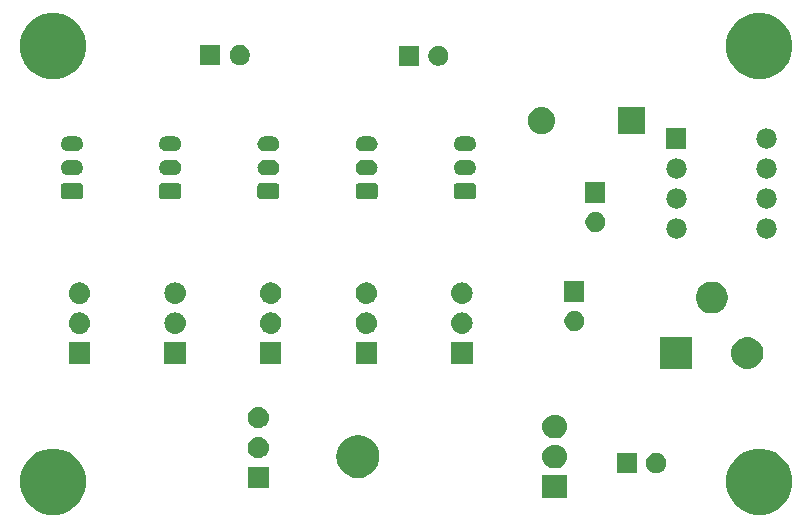
<source format=gbr>
G04 #@! TF.GenerationSoftware,KiCad,Pcbnew,(5.0.1)-rc2*
G04 #@! TF.CreationDate,2019-01-30T13:00:54-05:00*
G04 #@! TF.ProjectId,power_board,706F7765725F626F6172642E6B696361,rev?*
G04 #@! TF.SameCoordinates,Original*
G04 #@! TF.FileFunction,Soldermask,Bot*
G04 #@! TF.FilePolarity,Negative*
%FSLAX46Y46*%
G04 Gerber Fmt 4.6, Leading zero omitted, Abs format (unit mm)*
G04 Created by KiCad (PCBNEW (5.0.1)-rc2) date 1/30/2019 1:00:54 PM*
%MOMM*%
%LPD*%
G01*
G04 APERTURE LIST*
%ADD10C,0.100000*%
G04 APERTURE END LIST*
D10*
G36*
X217123421Y-71830240D02*
X217633170Y-72041385D01*
X217633171Y-72041386D01*
X218091934Y-72347921D01*
X218482079Y-72738066D01*
X218623829Y-72950210D01*
X218788615Y-73196830D01*
X218999760Y-73706579D01*
X219107400Y-74247724D01*
X219107400Y-74799476D01*
X218999760Y-75340621D01*
X218788615Y-75850370D01*
X218788614Y-75850371D01*
X218482079Y-76309134D01*
X218091934Y-76699279D01*
X217786092Y-76903636D01*
X217633170Y-77005815D01*
X217123421Y-77216960D01*
X216582276Y-77324600D01*
X216030524Y-77324600D01*
X215489379Y-77216960D01*
X214979630Y-77005815D01*
X214826708Y-76903636D01*
X214520866Y-76699279D01*
X214130721Y-76309134D01*
X213824186Y-75850371D01*
X213824185Y-75850370D01*
X213613040Y-75340621D01*
X213505400Y-74799476D01*
X213505400Y-74247724D01*
X213613040Y-73706579D01*
X213824185Y-73196830D01*
X213988971Y-72950210D01*
X214130721Y-72738066D01*
X214520866Y-72347921D01*
X214979629Y-72041386D01*
X214979630Y-72041385D01*
X215489379Y-71830240D01*
X216030524Y-71722600D01*
X216582276Y-71722600D01*
X217123421Y-71830240D01*
X217123421Y-71830240D01*
G37*
G36*
X157331821Y-71830240D02*
X157841570Y-72041385D01*
X157841571Y-72041386D01*
X158300334Y-72347921D01*
X158690479Y-72738066D01*
X158832229Y-72950210D01*
X158997015Y-73196830D01*
X159208160Y-73706579D01*
X159315800Y-74247724D01*
X159315800Y-74799476D01*
X159208160Y-75340621D01*
X158997015Y-75850370D01*
X158997014Y-75850371D01*
X158690479Y-76309134D01*
X158300334Y-76699279D01*
X157994492Y-76903636D01*
X157841570Y-77005815D01*
X157331821Y-77216960D01*
X156790676Y-77324600D01*
X156238924Y-77324600D01*
X155697779Y-77216960D01*
X155188030Y-77005815D01*
X155035108Y-76903636D01*
X154729266Y-76699279D01*
X154339121Y-76309134D01*
X154032586Y-75850371D01*
X154032585Y-75850370D01*
X153821440Y-75340621D01*
X153713800Y-74799476D01*
X153713800Y-74247724D01*
X153821440Y-73706579D01*
X154032585Y-73196830D01*
X154197371Y-72950210D01*
X154339121Y-72738066D01*
X154729266Y-72347921D01*
X155188029Y-72041386D01*
X155188030Y-72041385D01*
X155697779Y-71830240D01*
X156238924Y-71722600D01*
X156790676Y-71722600D01*
X157331821Y-71830240D01*
X157331821Y-71830240D01*
G37*
G36*
X200034600Y-75933500D02*
X197932600Y-75933500D01*
X197932600Y-73926500D01*
X200034600Y-73926500D01*
X200034600Y-75933500D01*
X200034600Y-75933500D01*
G37*
G36*
X174789400Y-75069000D02*
X172987400Y-75069000D01*
X172987400Y-73267000D01*
X174789400Y-73267000D01*
X174789400Y-75069000D01*
X174789400Y-75069000D01*
G37*
G36*
X182500269Y-70597686D02*
X182676658Y-70615059D01*
X182902985Y-70683714D01*
X183016149Y-70718042D01*
X183329025Y-70885279D01*
X183603261Y-71110339D01*
X183828321Y-71384575D01*
X183995558Y-71697451D01*
X183995558Y-71697452D01*
X184098541Y-72036942D01*
X184133314Y-72390000D01*
X184098541Y-72743058D01*
X184061555Y-72864984D01*
X183995558Y-73082549D01*
X183828321Y-73395425D01*
X183603261Y-73669661D01*
X183329025Y-73894721D01*
X183016149Y-74061958D01*
X182902985Y-74096286D01*
X182676658Y-74164941D01*
X182500269Y-74182314D01*
X182412076Y-74191000D01*
X182235124Y-74191000D01*
X182146931Y-74182314D01*
X181970542Y-74164941D01*
X181744215Y-74096286D01*
X181631051Y-74061958D01*
X181318175Y-73894721D01*
X181043939Y-73669661D01*
X180818879Y-73395425D01*
X180651642Y-73082549D01*
X180585645Y-72864984D01*
X180548659Y-72743058D01*
X180513886Y-72390000D01*
X180548659Y-72036942D01*
X180651642Y-71697452D01*
X180651642Y-71697451D01*
X180818879Y-71384575D01*
X181043939Y-71110339D01*
X181318175Y-70885279D01*
X181631051Y-70718042D01*
X181744215Y-70683714D01*
X181970542Y-70615059D01*
X182146931Y-70597686D01*
X182235124Y-70589000D01*
X182412076Y-70589000D01*
X182500269Y-70597686D01*
X182500269Y-70597686D01*
G37*
G36*
X207827828Y-72130503D02*
X207982700Y-72194653D01*
X208122081Y-72287785D01*
X208240615Y-72406319D01*
X208333747Y-72545700D01*
X208397897Y-72700572D01*
X208430600Y-72864984D01*
X208430600Y-73032616D01*
X208397897Y-73197028D01*
X208333747Y-73351900D01*
X208240615Y-73491281D01*
X208122081Y-73609815D01*
X207982700Y-73702947D01*
X207827828Y-73767097D01*
X207663416Y-73799800D01*
X207495784Y-73799800D01*
X207331372Y-73767097D01*
X207176500Y-73702947D01*
X207037119Y-73609815D01*
X206918585Y-73491281D01*
X206825453Y-73351900D01*
X206761303Y-73197028D01*
X206728600Y-73032616D01*
X206728600Y-72864984D01*
X206761303Y-72700572D01*
X206825453Y-72545700D01*
X206918585Y-72406319D01*
X207037119Y-72287785D01*
X207176500Y-72194653D01*
X207331372Y-72130503D01*
X207495784Y-72097800D01*
X207663416Y-72097800D01*
X207827828Y-72130503D01*
X207827828Y-72130503D01*
G37*
G36*
X205930600Y-73799800D02*
X204228600Y-73799800D01*
X204228600Y-72097800D01*
X205930600Y-72097800D01*
X205930600Y-73799800D01*
X205930600Y-73799800D01*
G37*
G36*
X199139364Y-71392308D02*
X199227820Y-71401020D01*
X199416981Y-71458401D01*
X199591312Y-71551583D01*
X199744115Y-71676985D01*
X199869517Y-71829788D01*
X199962699Y-72004119D01*
X200020080Y-72193280D01*
X200039455Y-72390000D01*
X200020080Y-72586720D01*
X199962699Y-72775881D01*
X199869517Y-72950212D01*
X199744115Y-73103015D01*
X199591312Y-73228417D01*
X199416981Y-73321599D01*
X199227820Y-73378980D01*
X199139364Y-73387692D01*
X199080396Y-73393500D01*
X198886804Y-73393500D01*
X198827836Y-73387692D01*
X198739380Y-73378980D01*
X198550219Y-73321599D01*
X198375888Y-73228417D01*
X198223085Y-73103015D01*
X198097683Y-72950212D01*
X198004501Y-72775881D01*
X197947120Y-72586720D01*
X197927745Y-72390000D01*
X197947120Y-72193280D01*
X198004501Y-72004119D01*
X198097683Y-71829788D01*
X198223085Y-71676985D01*
X198375888Y-71551583D01*
X198550219Y-71458401D01*
X198739380Y-71401020D01*
X198827836Y-71392308D01*
X198886804Y-71386500D01*
X199080396Y-71386500D01*
X199139364Y-71392308D01*
X199139364Y-71392308D01*
G37*
G36*
X173998842Y-70733518D02*
X174065027Y-70740037D01*
X174178253Y-70774384D01*
X174234867Y-70791557D01*
X174323588Y-70838980D01*
X174391391Y-70875222D01*
X174403644Y-70885278D01*
X174528586Y-70987814D01*
X174611848Y-71089271D01*
X174641178Y-71125009D01*
X174641179Y-71125011D01*
X174724843Y-71281533D01*
X174724843Y-71281534D01*
X174776363Y-71451373D01*
X174793759Y-71628000D01*
X174776363Y-71804627D01*
X174768593Y-71830240D01*
X174724843Y-71974467D01*
X174658919Y-72097800D01*
X174641178Y-72130991D01*
X174611848Y-72166729D01*
X174528586Y-72268186D01*
X174431427Y-72347921D01*
X174391391Y-72380778D01*
X174391389Y-72380779D01*
X174234867Y-72464443D01*
X174178253Y-72481616D01*
X174065027Y-72515963D01*
X173998842Y-72522482D01*
X173932660Y-72529000D01*
X173844140Y-72529000D01*
X173777958Y-72522482D01*
X173711773Y-72515963D01*
X173598547Y-72481616D01*
X173541933Y-72464443D01*
X173385411Y-72380779D01*
X173385409Y-72380778D01*
X173345373Y-72347921D01*
X173248214Y-72268186D01*
X173164952Y-72166729D01*
X173135622Y-72130991D01*
X173117881Y-72097800D01*
X173051957Y-71974467D01*
X173008207Y-71830240D01*
X173000437Y-71804627D01*
X172983041Y-71628000D01*
X173000437Y-71451373D01*
X173051957Y-71281534D01*
X173051957Y-71281533D01*
X173135621Y-71125011D01*
X173135622Y-71125009D01*
X173164952Y-71089271D01*
X173248214Y-70987814D01*
X173373156Y-70885278D01*
X173385409Y-70875222D01*
X173453212Y-70838980D01*
X173541933Y-70791557D01*
X173598547Y-70774384D01*
X173711773Y-70740037D01*
X173777958Y-70733518D01*
X173844140Y-70727000D01*
X173932660Y-70727000D01*
X173998842Y-70733518D01*
X173998842Y-70733518D01*
G37*
G36*
X199139364Y-68852308D02*
X199227820Y-68861020D01*
X199416981Y-68918401D01*
X199591312Y-69011583D01*
X199744115Y-69136985D01*
X199869517Y-69289788D01*
X199962699Y-69464119D01*
X200020080Y-69653280D01*
X200039455Y-69850000D01*
X200020080Y-70046720D01*
X199962699Y-70235881D01*
X199869517Y-70410212D01*
X199744115Y-70563015D01*
X199591312Y-70688417D01*
X199416981Y-70781599D01*
X199227820Y-70838980D01*
X199139364Y-70847692D01*
X199080396Y-70853500D01*
X198886804Y-70853500D01*
X198827836Y-70847692D01*
X198739380Y-70838980D01*
X198550219Y-70781599D01*
X198375888Y-70688417D01*
X198223085Y-70563015D01*
X198097683Y-70410212D01*
X198004501Y-70235881D01*
X197947120Y-70046720D01*
X197927745Y-69850000D01*
X197947120Y-69653280D01*
X198004501Y-69464119D01*
X198097683Y-69289788D01*
X198223085Y-69136985D01*
X198375888Y-69011583D01*
X198550219Y-68918401D01*
X198739380Y-68861020D01*
X198827836Y-68852308D01*
X198886804Y-68846500D01*
X199080396Y-68846500D01*
X199139364Y-68852308D01*
X199139364Y-68852308D01*
G37*
G36*
X173998843Y-68193519D02*
X174065027Y-68200037D01*
X174178253Y-68234384D01*
X174234867Y-68251557D01*
X174373487Y-68325652D01*
X174391391Y-68335222D01*
X174427129Y-68364552D01*
X174528586Y-68447814D01*
X174611848Y-68549271D01*
X174641178Y-68585009D01*
X174641179Y-68585011D01*
X174724843Y-68741533D01*
X174724843Y-68741534D01*
X174776363Y-68911373D01*
X174793759Y-69088000D01*
X174776363Y-69264627D01*
X174742016Y-69377853D01*
X174724843Y-69434467D01*
X174708993Y-69464119D01*
X174641178Y-69590991D01*
X174611848Y-69626729D01*
X174528586Y-69728186D01*
X174427129Y-69811448D01*
X174391391Y-69840778D01*
X174391389Y-69840779D01*
X174234867Y-69924443D01*
X174178253Y-69941616D01*
X174065027Y-69975963D01*
X173998843Y-69982481D01*
X173932660Y-69989000D01*
X173844140Y-69989000D01*
X173777957Y-69982481D01*
X173711773Y-69975963D01*
X173598547Y-69941616D01*
X173541933Y-69924443D01*
X173385411Y-69840779D01*
X173385409Y-69840778D01*
X173349671Y-69811448D01*
X173248214Y-69728186D01*
X173164952Y-69626729D01*
X173135622Y-69590991D01*
X173067807Y-69464119D01*
X173051957Y-69434467D01*
X173034784Y-69377853D01*
X173000437Y-69264627D01*
X172983041Y-69088000D01*
X173000437Y-68911373D01*
X173051957Y-68741534D01*
X173051957Y-68741533D01*
X173135621Y-68585011D01*
X173135622Y-68585009D01*
X173164952Y-68549271D01*
X173248214Y-68447814D01*
X173349671Y-68364552D01*
X173385409Y-68335222D01*
X173403313Y-68325652D01*
X173541933Y-68251557D01*
X173598547Y-68234384D01*
X173711773Y-68200037D01*
X173777957Y-68193519D01*
X173844140Y-68187000D01*
X173932660Y-68187000D01*
X173998843Y-68193519D01*
X173998843Y-68193519D01*
G37*
G36*
X210647000Y-64978000D02*
X207945000Y-64978000D01*
X207945000Y-62276000D01*
X210647000Y-62276000D01*
X210647000Y-64978000D01*
X210647000Y-64978000D01*
G37*
G36*
X215559567Y-62301959D02*
X215690072Y-62327918D01*
X215935939Y-62429759D01*
X216156464Y-62577110D01*
X216157215Y-62577612D01*
X216345388Y-62765785D01*
X216345390Y-62765788D01*
X216493241Y-62987061D01*
X216595082Y-63232928D01*
X216647000Y-63493938D01*
X216647000Y-63760062D01*
X216595082Y-64021072D01*
X216493241Y-64266939D01*
X216345890Y-64487464D01*
X216345388Y-64488215D01*
X216157215Y-64676388D01*
X216157212Y-64676390D01*
X215935939Y-64824241D01*
X215690072Y-64926082D01*
X215559567Y-64952041D01*
X215429063Y-64978000D01*
X215162937Y-64978000D01*
X215032433Y-64952041D01*
X214901928Y-64926082D01*
X214656061Y-64824241D01*
X214434788Y-64676390D01*
X214434785Y-64676388D01*
X214246612Y-64488215D01*
X214246110Y-64487464D01*
X214098759Y-64266939D01*
X213996918Y-64021072D01*
X213945000Y-63760062D01*
X213945000Y-63493938D01*
X213996918Y-63232928D01*
X214098759Y-62987061D01*
X214246610Y-62765788D01*
X214246612Y-62765785D01*
X214434785Y-62577612D01*
X214435536Y-62577110D01*
X214656061Y-62429759D01*
X214901928Y-62327918D01*
X215032433Y-62301959D01*
X215162937Y-62276000D01*
X215429063Y-62276000D01*
X215559567Y-62301959D01*
X215559567Y-62301959D01*
G37*
G36*
X192036000Y-64528000D02*
X190234000Y-64528000D01*
X190234000Y-62726000D01*
X192036000Y-62726000D01*
X192036000Y-64528000D01*
X192036000Y-64528000D01*
G37*
G36*
X183939750Y-64528000D02*
X182137750Y-64528000D01*
X182137750Y-62726000D01*
X183939750Y-62726000D01*
X183939750Y-64528000D01*
X183939750Y-64528000D01*
G37*
G36*
X167747250Y-64528000D02*
X165945250Y-64528000D01*
X165945250Y-62726000D01*
X167747250Y-62726000D01*
X167747250Y-64528000D01*
X167747250Y-64528000D01*
G37*
G36*
X159651000Y-64528000D02*
X157849000Y-64528000D01*
X157849000Y-62726000D01*
X159651000Y-62726000D01*
X159651000Y-64528000D01*
X159651000Y-64528000D01*
G37*
G36*
X175843500Y-64528000D02*
X174041500Y-64528000D01*
X174041500Y-62726000D01*
X175843500Y-62726000D01*
X175843500Y-64528000D01*
X175843500Y-64528000D01*
G37*
G36*
X183149193Y-60192519D02*
X183215377Y-60199037D01*
X183328603Y-60233384D01*
X183385217Y-60250557D01*
X183436558Y-60278000D01*
X183541741Y-60334222D01*
X183577479Y-60363552D01*
X183678936Y-60446814D01*
X183736453Y-60516900D01*
X183791528Y-60584009D01*
X183791529Y-60584011D01*
X183875193Y-60740533D01*
X183875193Y-60740534D01*
X183926713Y-60910373D01*
X183944109Y-61087000D01*
X183926713Y-61263627D01*
X183908672Y-61323100D01*
X183875193Y-61433467D01*
X183859684Y-61462481D01*
X183791528Y-61589991D01*
X183762198Y-61625729D01*
X183678936Y-61727186D01*
X183577479Y-61810448D01*
X183541741Y-61839778D01*
X183541739Y-61839779D01*
X183385217Y-61923443D01*
X183328603Y-61940616D01*
X183215377Y-61974963D01*
X183149193Y-61981481D01*
X183083010Y-61988000D01*
X182994490Y-61988000D01*
X182928307Y-61981481D01*
X182862123Y-61974963D01*
X182748897Y-61940616D01*
X182692283Y-61923443D01*
X182535761Y-61839779D01*
X182535759Y-61839778D01*
X182500021Y-61810448D01*
X182398564Y-61727186D01*
X182315302Y-61625729D01*
X182285972Y-61589991D01*
X182217816Y-61462481D01*
X182202307Y-61433467D01*
X182168828Y-61323100D01*
X182150787Y-61263627D01*
X182133391Y-61087000D01*
X182150787Y-60910373D01*
X182202307Y-60740534D01*
X182202307Y-60740533D01*
X182285971Y-60584011D01*
X182285972Y-60584009D01*
X182341047Y-60516900D01*
X182398564Y-60446814D01*
X182500021Y-60363552D01*
X182535759Y-60334222D01*
X182640942Y-60278000D01*
X182692283Y-60250557D01*
X182748897Y-60233384D01*
X182862123Y-60199037D01*
X182928307Y-60192519D01*
X182994490Y-60186000D01*
X183083010Y-60186000D01*
X183149193Y-60192519D01*
X183149193Y-60192519D01*
G37*
G36*
X158860443Y-60192519D02*
X158926627Y-60199037D01*
X159039853Y-60233384D01*
X159096467Y-60250557D01*
X159147808Y-60278000D01*
X159252991Y-60334222D01*
X159288729Y-60363552D01*
X159390186Y-60446814D01*
X159447703Y-60516900D01*
X159502778Y-60584009D01*
X159502779Y-60584011D01*
X159586443Y-60740533D01*
X159586443Y-60740534D01*
X159637963Y-60910373D01*
X159655359Y-61087000D01*
X159637963Y-61263627D01*
X159619922Y-61323100D01*
X159586443Y-61433467D01*
X159570934Y-61462481D01*
X159502778Y-61589991D01*
X159473448Y-61625729D01*
X159390186Y-61727186D01*
X159288729Y-61810448D01*
X159252991Y-61839778D01*
X159252989Y-61839779D01*
X159096467Y-61923443D01*
X159039853Y-61940616D01*
X158926627Y-61974963D01*
X158860443Y-61981481D01*
X158794260Y-61988000D01*
X158705740Y-61988000D01*
X158639557Y-61981481D01*
X158573373Y-61974963D01*
X158460147Y-61940616D01*
X158403533Y-61923443D01*
X158247011Y-61839779D01*
X158247009Y-61839778D01*
X158211271Y-61810448D01*
X158109814Y-61727186D01*
X158026552Y-61625729D01*
X157997222Y-61589991D01*
X157929066Y-61462481D01*
X157913557Y-61433467D01*
X157880078Y-61323100D01*
X157862037Y-61263627D01*
X157844641Y-61087000D01*
X157862037Y-60910373D01*
X157913557Y-60740534D01*
X157913557Y-60740533D01*
X157997221Y-60584011D01*
X157997222Y-60584009D01*
X158052297Y-60516900D01*
X158109814Y-60446814D01*
X158211271Y-60363552D01*
X158247009Y-60334222D01*
X158352192Y-60278000D01*
X158403533Y-60250557D01*
X158460147Y-60233384D01*
X158573373Y-60199037D01*
X158639557Y-60192519D01*
X158705740Y-60186000D01*
X158794260Y-60186000D01*
X158860443Y-60192519D01*
X158860443Y-60192519D01*
G37*
G36*
X175052943Y-60192519D02*
X175119127Y-60199037D01*
X175232353Y-60233384D01*
X175288967Y-60250557D01*
X175340308Y-60278000D01*
X175445491Y-60334222D01*
X175481229Y-60363552D01*
X175582686Y-60446814D01*
X175640203Y-60516900D01*
X175695278Y-60584009D01*
X175695279Y-60584011D01*
X175778943Y-60740533D01*
X175778943Y-60740534D01*
X175830463Y-60910373D01*
X175847859Y-61087000D01*
X175830463Y-61263627D01*
X175812422Y-61323100D01*
X175778943Y-61433467D01*
X175763434Y-61462481D01*
X175695278Y-61589991D01*
X175665948Y-61625729D01*
X175582686Y-61727186D01*
X175481229Y-61810448D01*
X175445491Y-61839778D01*
X175445489Y-61839779D01*
X175288967Y-61923443D01*
X175232353Y-61940616D01*
X175119127Y-61974963D01*
X175052943Y-61981481D01*
X174986760Y-61988000D01*
X174898240Y-61988000D01*
X174832057Y-61981481D01*
X174765873Y-61974963D01*
X174652647Y-61940616D01*
X174596033Y-61923443D01*
X174439511Y-61839779D01*
X174439509Y-61839778D01*
X174403771Y-61810448D01*
X174302314Y-61727186D01*
X174219052Y-61625729D01*
X174189722Y-61589991D01*
X174121566Y-61462481D01*
X174106057Y-61433467D01*
X174072578Y-61323100D01*
X174054537Y-61263627D01*
X174037141Y-61087000D01*
X174054537Y-60910373D01*
X174106057Y-60740534D01*
X174106057Y-60740533D01*
X174189721Y-60584011D01*
X174189722Y-60584009D01*
X174244797Y-60516900D01*
X174302314Y-60446814D01*
X174403771Y-60363552D01*
X174439509Y-60334222D01*
X174544692Y-60278000D01*
X174596033Y-60250557D01*
X174652647Y-60233384D01*
X174765873Y-60199037D01*
X174832057Y-60192519D01*
X174898240Y-60186000D01*
X174986760Y-60186000D01*
X175052943Y-60192519D01*
X175052943Y-60192519D01*
G37*
G36*
X166956693Y-60192519D02*
X167022877Y-60199037D01*
X167136103Y-60233384D01*
X167192717Y-60250557D01*
X167244058Y-60278000D01*
X167349241Y-60334222D01*
X167384979Y-60363552D01*
X167486436Y-60446814D01*
X167543953Y-60516900D01*
X167599028Y-60584009D01*
X167599029Y-60584011D01*
X167682693Y-60740533D01*
X167682693Y-60740534D01*
X167734213Y-60910373D01*
X167751609Y-61087000D01*
X167734213Y-61263627D01*
X167716172Y-61323100D01*
X167682693Y-61433467D01*
X167667184Y-61462481D01*
X167599028Y-61589991D01*
X167569698Y-61625729D01*
X167486436Y-61727186D01*
X167384979Y-61810448D01*
X167349241Y-61839778D01*
X167349239Y-61839779D01*
X167192717Y-61923443D01*
X167136103Y-61940616D01*
X167022877Y-61974963D01*
X166956693Y-61981481D01*
X166890510Y-61988000D01*
X166801990Y-61988000D01*
X166735807Y-61981481D01*
X166669623Y-61974963D01*
X166556397Y-61940616D01*
X166499783Y-61923443D01*
X166343261Y-61839779D01*
X166343259Y-61839778D01*
X166307521Y-61810448D01*
X166206064Y-61727186D01*
X166122802Y-61625729D01*
X166093472Y-61589991D01*
X166025316Y-61462481D01*
X166009807Y-61433467D01*
X165976328Y-61323100D01*
X165958287Y-61263627D01*
X165940891Y-61087000D01*
X165958287Y-60910373D01*
X166009807Y-60740534D01*
X166009807Y-60740533D01*
X166093471Y-60584011D01*
X166093472Y-60584009D01*
X166148547Y-60516900D01*
X166206064Y-60446814D01*
X166307521Y-60363552D01*
X166343259Y-60334222D01*
X166448442Y-60278000D01*
X166499783Y-60250557D01*
X166556397Y-60233384D01*
X166669623Y-60199037D01*
X166735807Y-60192519D01*
X166801990Y-60186000D01*
X166890510Y-60186000D01*
X166956693Y-60192519D01*
X166956693Y-60192519D01*
G37*
G36*
X191245443Y-60192519D02*
X191311627Y-60199037D01*
X191424853Y-60233384D01*
X191481467Y-60250557D01*
X191532808Y-60278000D01*
X191637991Y-60334222D01*
X191673729Y-60363552D01*
X191775186Y-60446814D01*
X191832703Y-60516900D01*
X191887778Y-60584009D01*
X191887779Y-60584011D01*
X191971443Y-60740533D01*
X191971443Y-60740534D01*
X192022963Y-60910373D01*
X192040359Y-61087000D01*
X192022963Y-61263627D01*
X192004922Y-61323100D01*
X191971443Y-61433467D01*
X191955934Y-61462481D01*
X191887778Y-61589991D01*
X191858448Y-61625729D01*
X191775186Y-61727186D01*
X191673729Y-61810448D01*
X191637991Y-61839778D01*
X191637989Y-61839779D01*
X191481467Y-61923443D01*
X191424853Y-61940616D01*
X191311627Y-61974963D01*
X191245443Y-61981481D01*
X191179260Y-61988000D01*
X191090740Y-61988000D01*
X191024557Y-61981481D01*
X190958373Y-61974963D01*
X190845147Y-61940616D01*
X190788533Y-61923443D01*
X190632011Y-61839779D01*
X190632009Y-61839778D01*
X190596271Y-61810448D01*
X190494814Y-61727186D01*
X190411552Y-61625729D01*
X190382222Y-61589991D01*
X190314066Y-61462481D01*
X190298557Y-61433467D01*
X190265078Y-61323100D01*
X190247037Y-61263627D01*
X190229641Y-61087000D01*
X190247037Y-60910373D01*
X190298557Y-60740534D01*
X190298557Y-60740533D01*
X190382221Y-60584011D01*
X190382222Y-60584009D01*
X190437297Y-60516900D01*
X190494814Y-60446814D01*
X190596271Y-60363552D01*
X190632009Y-60334222D01*
X190737192Y-60278000D01*
X190788533Y-60250557D01*
X190845147Y-60233384D01*
X190958373Y-60199037D01*
X191024557Y-60192519D01*
X191090740Y-60186000D01*
X191179260Y-60186000D01*
X191245443Y-60192519D01*
X191245443Y-60192519D01*
G37*
G36*
X200908228Y-60101703D02*
X201063100Y-60165853D01*
X201202481Y-60258985D01*
X201321015Y-60377519D01*
X201414147Y-60516900D01*
X201478297Y-60671772D01*
X201511000Y-60836184D01*
X201511000Y-61003816D01*
X201478297Y-61168228D01*
X201414147Y-61323100D01*
X201321015Y-61462481D01*
X201202481Y-61581015D01*
X201063100Y-61674147D01*
X200908228Y-61738297D01*
X200743816Y-61771000D01*
X200576184Y-61771000D01*
X200411772Y-61738297D01*
X200256900Y-61674147D01*
X200117519Y-61581015D01*
X199998985Y-61462481D01*
X199905853Y-61323100D01*
X199841703Y-61168228D01*
X199809000Y-61003816D01*
X199809000Y-60836184D01*
X199841703Y-60671772D01*
X199905853Y-60516900D01*
X199998985Y-60377519D01*
X200117519Y-60258985D01*
X200256900Y-60165853D01*
X200411772Y-60101703D01*
X200576184Y-60069000D01*
X200743816Y-60069000D01*
X200908228Y-60101703D01*
X200908228Y-60101703D01*
G37*
G36*
X212559567Y-57601959D02*
X212690072Y-57627918D01*
X212935939Y-57729759D01*
X213156464Y-57877110D01*
X213157215Y-57877612D01*
X213345388Y-58065785D01*
X213345390Y-58065788D01*
X213493241Y-58287061D01*
X213595082Y-58532928D01*
X213647000Y-58793938D01*
X213647000Y-59060062D01*
X213595082Y-59321072D01*
X213493241Y-59566939D01*
X213345890Y-59787464D01*
X213345388Y-59788215D01*
X213157215Y-59976388D01*
X213157212Y-59976390D01*
X212935939Y-60124241D01*
X212690072Y-60226082D01*
X212567028Y-60250557D01*
X212429063Y-60278000D01*
X212162937Y-60278000D01*
X212024972Y-60250557D01*
X211901928Y-60226082D01*
X211656061Y-60124241D01*
X211434788Y-59976390D01*
X211434785Y-59976388D01*
X211246612Y-59788215D01*
X211246110Y-59787464D01*
X211098759Y-59566939D01*
X210996918Y-59321072D01*
X210945000Y-59060062D01*
X210945000Y-58793938D01*
X210996918Y-58532928D01*
X211098759Y-58287061D01*
X211246610Y-58065788D01*
X211246612Y-58065785D01*
X211434785Y-57877612D01*
X211435536Y-57877110D01*
X211656061Y-57729759D01*
X211901928Y-57627918D01*
X212032433Y-57601959D01*
X212162937Y-57576000D01*
X212429063Y-57576000D01*
X212559567Y-57601959D01*
X212559567Y-57601959D01*
G37*
G36*
X166956692Y-57652518D02*
X167022877Y-57659037D01*
X167136103Y-57693384D01*
X167192717Y-57710557D01*
X167331337Y-57784652D01*
X167349241Y-57794222D01*
X167384979Y-57823552D01*
X167486436Y-57906814D01*
X167569698Y-58008271D01*
X167599028Y-58044009D01*
X167599029Y-58044011D01*
X167682693Y-58200533D01*
X167682693Y-58200534D01*
X167734213Y-58370373D01*
X167751609Y-58547000D01*
X167734213Y-58723627D01*
X167712885Y-58793937D01*
X167682693Y-58893467D01*
X167608598Y-59032087D01*
X167599028Y-59049991D01*
X167590762Y-59060063D01*
X167486436Y-59187186D01*
X167384979Y-59270448D01*
X167349241Y-59299778D01*
X167349239Y-59299779D01*
X167192717Y-59383443D01*
X167136103Y-59400616D01*
X167022877Y-59434963D01*
X166956693Y-59441481D01*
X166890510Y-59448000D01*
X166801990Y-59448000D01*
X166735807Y-59441481D01*
X166669623Y-59434963D01*
X166556397Y-59400616D01*
X166499783Y-59383443D01*
X166343261Y-59299779D01*
X166343259Y-59299778D01*
X166307521Y-59270448D01*
X166206064Y-59187186D01*
X166101738Y-59060063D01*
X166093472Y-59049991D01*
X166083902Y-59032087D01*
X166009807Y-58893467D01*
X165979615Y-58793937D01*
X165958287Y-58723627D01*
X165940891Y-58547000D01*
X165958287Y-58370373D01*
X166009807Y-58200534D01*
X166009807Y-58200533D01*
X166093471Y-58044011D01*
X166093472Y-58044009D01*
X166122802Y-58008271D01*
X166206064Y-57906814D01*
X166307521Y-57823552D01*
X166343259Y-57794222D01*
X166361163Y-57784652D01*
X166499783Y-57710557D01*
X166556397Y-57693384D01*
X166669623Y-57659037D01*
X166735808Y-57652518D01*
X166801990Y-57646000D01*
X166890510Y-57646000D01*
X166956692Y-57652518D01*
X166956692Y-57652518D01*
G37*
G36*
X175052942Y-57652518D02*
X175119127Y-57659037D01*
X175232353Y-57693384D01*
X175288967Y-57710557D01*
X175427587Y-57784652D01*
X175445491Y-57794222D01*
X175481229Y-57823552D01*
X175582686Y-57906814D01*
X175665948Y-58008271D01*
X175695278Y-58044009D01*
X175695279Y-58044011D01*
X175778943Y-58200533D01*
X175778943Y-58200534D01*
X175830463Y-58370373D01*
X175847859Y-58547000D01*
X175830463Y-58723627D01*
X175809135Y-58793937D01*
X175778943Y-58893467D01*
X175704848Y-59032087D01*
X175695278Y-59049991D01*
X175687012Y-59060063D01*
X175582686Y-59187186D01*
X175481229Y-59270448D01*
X175445491Y-59299778D01*
X175445489Y-59299779D01*
X175288967Y-59383443D01*
X175232353Y-59400616D01*
X175119127Y-59434963D01*
X175052943Y-59441481D01*
X174986760Y-59448000D01*
X174898240Y-59448000D01*
X174832057Y-59441481D01*
X174765873Y-59434963D01*
X174652647Y-59400616D01*
X174596033Y-59383443D01*
X174439511Y-59299779D01*
X174439509Y-59299778D01*
X174403771Y-59270448D01*
X174302314Y-59187186D01*
X174197988Y-59060063D01*
X174189722Y-59049991D01*
X174180152Y-59032087D01*
X174106057Y-58893467D01*
X174075865Y-58793937D01*
X174054537Y-58723627D01*
X174037141Y-58547000D01*
X174054537Y-58370373D01*
X174106057Y-58200534D01*
X174106057Y-58200533D01*
X174189721Y-58044011D01*
X174189722Y-58044009D01*
X174219052Y-58008271D01*
X174302314Y-57906814D01*
X174403771Y-57823552D01*
X174439509Y-57794222D01*
X174457413Y-57784652D01*
X174596033Y-57710557D01*
X174652647Y-57693384D01*
X174765873Y-57659037D01*
X174832058Y-57652518D01*
X174898240Y-57646000D01*
X174986760Y-57646000D01*
X175052942Y-57652518D01*
X175052942Y-57652518D01*
G37*
G36*
X158860442Y-57652518D02*
X158926627Y-57659037D01*
X159039853Y-57693384D01*
X159096467Y-57710557D01*
X159235087Y-57784652D01*
X159252991Y-57794222D01*
X159288729Y-57823552D01*
X159390186Y-57906814D01*
X159473448Y-58008271D01*
X159502778Y-58044009D01*
X159502779Y-58044011D01*
X159586443Y-58200533D01*
X159586443Y-58200534D01*
X159637963Y-58370373D01*
X159655359Y-58547000D01*
X159637963Y-58723627D01*
X159616635Y-58793937D01*
X159586443Y-58893467D01*
X159512348Y-59032087D01*
X159502778Y-59049991D01*
X159494512Y-59060063D01*
X159390186Y-59187186D01*
X159288729Y-59270448D01*
X159252991Y-59299778D01*
X159252989Y-59299779D01*
X159096467Y-59383443D01*
X159039853Y-59400616D01*
X158926627Y-59434963D01*
X158860443Y-59441481D01*
X158794260Y-59448000D01*
X158705740Y-59448000D01*
X158639557Y-59441481D01*
X158573373Y-59434963D01*
X158460147Y-59400616D01*
X158403533Y-59383443D01*
X158247011Y-59299779D01*
X158247009Y-59299778D01*
X158211271Y-59270448D01*
X158109814Y-59187186D01*
X158005488Y-59060063D01*
X157997222Y-59049991D01*
X157987652Y-59032087D01*
X157913557Y-58893467D01*
X157883365Y-58793937D01*
X157862037Y-58723627D01*
X157844641Y-58547000D01*
X157862037Y-58370373D01*
X157913557Y-58200534D01*
X157913557Y-58200533D01*
X157997221Y-58044011D01*
X157997222Y-58044009D01*
X158026552Y-58008271D01*
X158109814Y-57906814D01*
X158211271Y-57823552D01*
X158247009Y-57794222D01*
X158264913Y-57784652D01*
X158403533Y-57710557D01*
X158460147Y-57693384D01*
X158573373Y-57659037D01*
X158639558Y-57652518D01*
X158705740Y-57646000D01*
X158794260Y-57646000D01*
X158860442Y-57652518D01*
X158860442Y-57652518D01*
G37*
G36*
X183149192Y-57652518D02*
X183215377Y-57659037D01*
X183328603Y-57693384D01*
X183385217Y-57710557D01*
X183523837Y-57784652D01*
X183541741Y-57794222D01*
X183577479Y-57823552D01*
X183678936Y-57906814D01*
X183762198Y-58008271D01*
X183791528Y-58044009D01*
X183791529Y-58044011D01*
X183875193Y-58200533D01*
X183875193Y-58200534D01*
X183926713Y-58370373D01*
X183944109Y-58547000D01*
X183926713Y-58723627D01*
X183905385Y-58793937D01*
X183875193Y-58893467D01*
X183801098Y-59032087D01*
X183791528Y-59049991D01*
X183783262Y-59060063D01*
X183678936Y-59187186D01*
X183577479Y-59270448D01*
X183541741Y-59299778D01*
X183541739Y-59299779D01*
X183385217Y-59383443D01*
X183328603Y-59400616D01*
X183215377Y-59434963D01*
X183149193Y-59441481D01*
X183083010Y-59448000D01*
X182994490Y-59448000D01*
X182928307Y-59441481D01*
X182862123Y-59434963D01*
X182748897Y-59400616D01*
X182692283Y-59383443D01*
X182535761Y-59299779D01*
X182535759Y-59299778D01*
X182500021Y-59270448D01*
X182398564Y-59187186D01*
X182294238Y-59060063D01*
X182285972Y-59049991D01*
X182276402Y-59032087D01*
X182202307Y-58893467D01*
X182172115Y-58793937D01*
X182150787Y-58723627D01*
X182133391Y-58547000D01*
X182150787Y-58370373D01*
X182202307Y-58200534D01*
X182202307Y-58200533D01*
X182285971Y-58044011D01*
X182285972Y-58044009D01*
X182315302Y-58008271D01*
X182398564Y-57906814D01*
X182500021Y-57823552D01*
X182535759Y-57794222D01*
X182553663Y-57784652D01*
X182692283Y-57710557D01*
X182748897Y-57693384D01*
X182862123Y-57659037D01*
X182928308Y-57652518D01*
X182994490Y-57646000D01*
X183083010Y-57646000D01*
X183149192Y-57652518D01*
X183149192Y-57652518D01*
G37*
G36*
X191245442Y-57652518D02*
X191311627Y-57659037D01*
X191424853Y-57693384D01*
X191481467Y-57710557D01*
X191620087Y-57784652D01*
X191637991Y-57794222D01*
X191673729Y-57823552D01*
X191775186Y-57906814D01*
X191858448Y-58008271D01*
X191887778Y-58044009D01*
X191887779Y-58044011D01*
X191971443Y-58200533D01*
X191971443Y-58200534D01*
X192022963Y-58370373D01*
X192040359Y-58547000D01*
X192022963Y-58723627D01*
X192001635Y-58793937D01*
X191971443Y-58893467D01*
X191897348Y-59032087D01*
X191887778Y-59049991D01*
X191879512Y-59060063D01*
X191775186Y-59187186D01*
X191673729Y-59270448D01*
X191637991Y-59299778D01*
X191637989Y-59299779D01*
X191481467Y-59383443D01*
X191424853Y-59400616D01*
X191311627Y-59434963D01*
X191245443Y-59441481D01*
X191179260Y-59448000D01*
X191090740Y-59448000D01*
X191024557Y-59441481D01*
X190958373Y-59434963D01*
X190845147Y-59400616D01*
X190788533Y-59383443D01*
X190632011Y-59299779D01*
X190632009Y-59299778D01*
X190596271Y-59270448D01*
X190494814Y-59187186D01*
X190390488Y-59060063D01*
X190382222Y-59049991D01*
X190372652Y-59032087D01*
X190298557Y-58893467D01*
X190268365Y-58793937D01*
X190247037Y-58723627D01*
X190229641Y-58547000D01*
X190247037Y-58370373D01*
X190298557Y-58200534D01*
X190298557Y-58200533D01*
X190382221Y-58044011D01*
X190382222Y-58044009D01*
X190411552Y-58008271D01*
X190494814Y-57906814D01*
X190596271Y-57823552D01*
X190632009Y-57794222D01*
X190649913Y-57784652D01*
X190788533Y-57710557D01*
X190845147Y-57693384D01*
X190958373Y-57659037D01*
X191024558Y-57652518D01*
X191090740Y-57646000D01*
X191179260Y-57646000D01*
X191245442Y-57652518D01*
X191245442Y-57652518D01*
G37*
G36*
X201511000Y-59271000D02*
X199809000Y-59271000D01*
X199809000Y-57569000D01*
X201511000Y-57569000D01*
X201511000Y-59271000D01*
X201511000Y-59271000D01*
G37*
G36*
X209462821Y-52247313D02*
X209462824Y-52247314D01*
X209462825Y-52247314D01*
X209623239Y-52295975D01*
X209623241Y-52295976D01*
X209623244Y-52295977D01*
X209771078Y-52374995D01*
X209900659Y-52481341D01*
X210007005Y-52610922D01*
X210086023Y-52758756D01*
X210134687Y-52919179D01*
X210151117Y-53086000D01*
X210134687Y-53252821D01*
X210134686Y-53252824D01*
X210134686Y-53252825D01*
X210093378Y-53389000D01*
X210086023Y-53413244D01*
X210007005Y-53561078D01*
X209900659Y-53690659D01*
X209771078Y-53797005D01*
X209623244Y-53876023D01*
X209623241Y-53876024D01*
X209623239Y-53876025D01*
X209462825Y-53924686D01*
X209462824Y-53924686D01*
X209462821Y-53924687D01*
X209337804Y-53937000D01*
X209254196Y-53937000D01*
X209129179Y-53924687D01*
X209129176Y-53924686D01*
X209129175Y-53924686D01*
X208968761Y-53876025D01*
X208968759Y-53876024D01*
X208968756Y-53876023D01*
X208820922Y-53797005D01*
X208691341Y-53690659D01*
X208584995Y-53561078D01*
X208505977Y-53413244D01*
X208498623Y-53389000D01*
X208457314Y-53252825D01*
X208457314Y-53252824D01*
X208457313Y-53252821D01*
X208440883Y-53086000D01*
X208457313Y-52919179D01*
X208505977Y-52758756D01*
X208584995Y-52610922D01*
X208691341Y-52481341D01*
X208820922Y-52374995D01*
X208968756Y-52295977D01*
X208968759Y-52295976D01*
X208968761Y-52295975D01*
X209129175Y-52247314D01*
X209129176Y-52247314D01*
X209129179Y-52247313D01*
X209254196Y-52235000D01*
X209337804Y-52235000D01*
X209462821Y-52247313D01*
X209462821Y-52247313D01*
G37*
G36*
X217082821Y-52247313D02*
X217082824Y-52247314D01*
X217082825Y-52247314D01*
X217243239Y-52295975D01*
X217243241Y-52295976D01*
X217243244Y-52295977D01*
X217391078Y-52374995D01*
X217520659Y-52481341D01*
X217627005Y-52610922D01*
X217706023Y-52758756D01*
X217754687Y-52919179D01*
X217771117Y-53086000D01*
X217754687Y-53252821D01*
X217754686Y-53252824D01*
X217754686Y-53252825D01*
X217713378Y-53389000D01*
X217706023Y-53413244D01*
X217627005Y-53561078D01*
X217520659Y-53690659D01*
X217391078Y-53797005D01*
X217243244Y-53876023D01*
X217243241Y-53876024D01*
X217243239Y-53876025D01*
X217082825Y-53924686D01*
X217082824Y-53924686D01*
X217082821Y-53924687D01*
X216957804Y-53937000D01*
X216874196Y-53937000D01*
X216749179Y-53924687D01*
X216749176Y-53924686D01*
X216749175Y-53924686D01*
X216588761Y-53876025D01*
X216588759Y-53876024D01*
X216588756Y-53876023D01*
X216440922Y-53797005D01*
X216311341Y-53690659D01*
X216204995Y-53561078D01*
X216125977Y-53413244D01*
X216118623Y-53389000D01*
X216077314Y-53252825D01*
X216077314Y-53252824D01*
X216077313Y-53252821D01*
X216060883Y-53086000D01*
X216077313Y-52919179D01*
X216125977Y-52758756D01*
X216204995Y-52610922D01*
X216311341Y-52481341D01*
X216440922Y-52374995D01*
X216588756Y-52295977D01*
X216588759Y-52295976D01*
X216588761Y-52295975D01*
X216749175Y-52247314D01*
X216749176Y-52247314D01*
X216749179Y-52247313D01*
X216874196Y-52235000D01*
X216957804Y-52235000D01*
X217082821Y-52247313D01*
X217082821Y-52247313D01*
G37*
G36*
X202686228Y-51719703D02*
X202841100Y-51783853D01*
X202980481Y-51876985D01*
X203099015Y-51995519D01*
X203192147Y-52134900D01*
X203256297Y-52289772D01*
X203289000Y-52454184D01*
X203289000Y-52621816D01*
X203256297Y-52786228D01*
X203192147Y-52941100D01*
X203099015Y-53080481D01*
X202980481Y-53199015D01*
X202841100Y-53292147D01*
X202686228Y-53356297D01*
X202521816Y-53389000D01*
X202354184Y-53389000D01*
X202189772Y-53356297D01*
X202034900Y-53292147D01*
X201895519Y-53199015D01*
X201776985Y-53080481D01*
X201683853Y-52941100D01*
X201619703Y-52786228D01*
X201587000Y-52621816D01*
X201587000Y-52454184D01*
X201619703Y-52289772D01*
X201683853Y-52134900D01*
X201776985Y-51995519D01*
X201895519Y-51876985D01*
X202034900Y-51783853D01*
X202189772Y-51719703D01*
X202354184Y-51687000D01*
X202521816Y-51687000D01*
X202686228Y-51719703D01*
X202686228Y-51719703D01*
G37*
G36*
X209462821Y-49707313D02*
X209462824Y-49707314D01*
X209462825Y-49707314D01*
X209623239Y-49755975D01*
X209623241Y-49755976D01*
X209623244Y-49755977D01*
X209771078Y-49834995D01*
X209900659Y-49941341D01*
X210007005Y-50070922D01*
X210086023Y-50218756D01*
X210134687Y-50379179D01*
X210151117Y-50546000D01*
X210134687Y-50712821D01*
X210086023Y-50873244D01*
X210007005Y-51021078D01*
X209900659Y-51150659D01*
X209771078Y-51257005D01*
X209623244Y-51336023D01*
X209623241Y-51336024D01*
X209623239Y-51336025D01*
X209462825Y-51384686D01*
X209462824Y-51384686D01*
X209462821Y-51384687D01*
X209337804Y-51397000D01*
X209254196Y-51397000D01*
X209129179Y-51384687D01*
X209129176Y-51384686D01*
X209129175Y-51384686D01*
X208968761Y-51336025D01*
X208968759Y-51336024D01*
X208968756Y-51336023D01*
X208820922Y-51257005D01*
X208691341Y-51150659D01*
X208584995Y-51021078D01*
X208505977Y-50873244D01*
X208457313Y-50712821D01*
X208440883Y-50546000D01*
X208457313Y-50379179D01*
X208505977Y-50218756D01*
X208584995Y-50070922D01*
X208691341Y-49941341D01*
X208820922Y-49834995D01*
X208968756Y-49755977D01*
X208968759Y-49755976D01*
X208968761Y-49755975D01*
X209129175Y-49707314D01*
X209129176Y-49707314D01*
X209129179Y-49707313D01*
X209254196Y-49695000D01*
X209337804Y-49695000D01*
X209462821Y-49707313D01*
X209462821Y-49707313D01*
G37*
G36*
X217082821Y-49707313D02*
X217082824Y-49707314D01*
X217082825Y-49707314D01*
X217243239Y-49755975D01*
X217243241Y-49755976D01*
X217243244Y-49755977D01*
X217391078Y-49834995D01*
X217520659Y-49941341D01*
X217627005Y-50070922D01*
X217706023Y-50218756D01*
X217754687Y-50379179D01*
X217771117Y-50546000D01*
X217754687Y-50712821D01*
X217706023Y-50873244D01*
X217627005Y-51021078D01*
X217520659Y-51150659D01*
X217391078Y-51257005D01*
X217243244Y-51336023D01*
X217243241Y-51336024D01*
X217243239Y-51336025D01*
X217082825Y-51384686D01*
X217082824Y-51384686D01*
X217082821Y-51384687D01*
X216957804Y-51397000D01*
X216874196Y-51397000D01*
X216749179Y-51384687D01*
X216749176Y-51384686D01*
X216749175Y-51384686D01*
X216588761Y-51336025D01*
X216588759Y-51336024D01*
X216588756Y-51336023D01*
X216440922Y-51257005D01*
X216311341Y-51150659D01*
X216204995Y-51021078D01*
X216125977Y-50873244D01*
X216077313Y-50712821D01*
X216060883Y-50546000D01*
X216077313Y-50379179D01*
X216125977Y-50218756D01*
X216204995Y-50070922D01*
X216311341Y-49941341D01*
X216440922Y-49834995D01*
X216588756Y-49755977D01*
X216588759Y-49755976D01*
X216588761Y-49755975D01*
X216749175Y-49707314D01*
X216749176Y-49707314D01*
X216749179Y-49707313D01*
X216874196Y-49695000D01*
X216957804Y-49695000D01*
X217082821Y-49707313D01*
X217082821Y-49707313D01*
G37*
G36*
X203289000Y-50889000D02*
X201587000Y-50889000D01*
X201587000Y-49187000D01*
X203289000Y-49187000D01*
X203289000Y-50889000D01*
X203289000Y-50889000D01*
G37*
G36*
X158881242Y-49264404D02*
X158918339Y-49275657D01*
X158952520Y-49293927D01*
X158982482Y-49318518D01*
X159007073Y-49348480D01*
X159025343Y-49382661D01*
X159036596Y-49419758D01*
X159041000Y-49464473D01*
X159041000Y-50357527D01*
X159036596Y-50402242D01*
X159025343Y-50439339D01*
X159007073Y-50473520D01*
X158982482Y-50503482D01*
X158952520Y-50528073D01*
X158918339Y-50546343D01*
X158881242Y-50557596D01*
X158836527Y-50562000D01*
X157393473Y-50562000D01*
X157348758Y-50557596D01*
X157311661Y-50546343D01*
X157277480Y-50528073D01*
X157247518Y-50503482D01*
X157222927Y-50473520D01*
X157204657Y-50439339D01*
X157193404Y-50402242D01*
X157189000Y-50357527D01*
X157189000Y-49464473D01*
X157193404Y-49419758D01*
X157204657Y-49382661D01*
X157222927Y-49348480D01*
X157247518Y-49318518D01*
X157277480Y-49293927D01*
X157311661Y-49275657D01*
X157348758Y-49264404D01*
X157393473Y-49260000D01*
X158836527Y-49260000D01*
X158881242Y-49264404D01*
X158881242Y-49264404D01*
G37*
G36*
X175518242Y-49264404D02*
X175555339Y-49275657D01*
X175589520Y-49293927D01*
X175619482Y-49318518D01*
X175644073Y-49348480D01*
X175662343Y-49382661D01*
X175673596Y-49419758D01*
X175678000Y-49464473D01*
X175678000Y-50357527D01*
X175673596Y-50402242D01*
X175662343Y-50439339D01*
X175644073Y-50473520D01*
X175619482Y-50503482D01*
X175589520Y-50528073D01*
X175555339Y-50546343D01*
X175518242Y-50557596D01*
X175473527Y-50562000D01*
X174030473Y-50562000D01*
X173985758Y-50557596D01*
X173948661Y-50546343D01*
X173914480Y-50528073D01*
X173884518Y-50503482D01*
X173859927Y-50473520D01*
X173841657Y-50439339D01*
X173830404Y-50402242D01*
X173826000Y-50357527D01*
X173826000Y-49464473D01*
X173830404Y-49419758D01*
X173841657Y-49382661D01*
X173859927Y-49348480D01*
X173884518Y-49318518D01*
X173914480Y-49293927D01*
X173948661Y-49275657D01*
X173985758Y-49264404D01*
X174030473Y-49260000D01*
X175473527Y-49260000D01*
X175518242Y-49264404D01*
X175518242Y-49264404D01*
G37*
G36*
X183836742Y-49264404D02*
X183873839Y-49275657D01*
X183908020Y-49293927D01*
X183937982Y-49318518D01*
X183962573Y-49348480D01*
X183980843Y-49382661D01*
X183992096Y-49419758D01*
X183996500Y-49464473D01*
X183996500Y-50357527D01*
X183992096Y-50402242D01*
X183980843Y-50439339D01*
X183962573Y-50473520D01*
X183937982Y-50503482D01*
X183908020Y-50528073D01*
X183873839Y-50546343D01*
X183836742Y-50557596D01*
X183792027Y-50562000D01*
X182348973Y-50562000D01*
X182304258Y-50557596D01*
X182267161Y-50546343D01*
X182232980Y-50528073D01*
X182203018Y-50503482D01*
X182178427Y-50473520D01*
X182160157Y-50439339D01*
X182148904Y-50402242D01*
X182144500Y-50357527D01*
X182144500Y-49464473D01*
X182148904Y-49419758D01*
X182160157Y-49382661D01*
X182178427Y-49348480D01*
X182203018Y-49318518D01*
X182232980Y-49293927D01*
X182267161Y-49275657D01*
X182304258Y-49264404D01*
X182348973Y-49260000D01*
X183792027Y-49260000D01*
X183836742Y-49264404D01*
X183836742Y-49264404D01*
G37*
G36*
X192155242Y-49264404D02*
X192192339Y-49275657D01*
X192226520Y-49293927D01*
X192256482Y-49318518D01*
X192281073Y-49348480D01*
X192299343Y-49382661D01*
X192310596Y-49419758D01*
X192315000Y-49464473D01*
X192315000Y-50357527D01*
X192310596Y-50402242D01*
X192299343Y-50439339D01*
X192281073Y-50473520D01*
X192256482Y-50503482D01*
X192226520Y-50528073D01*
X192192339Y-50546343D01*
X192155242Y-50557596D01*
X192110527Y-50562000D01*
X190667473Y-50562000D01*
X190622758Y-50557596D01*
X190585661Y-50546343D01*
X190551480Y-50528073D01*
X190521518Y-50503482D01*
X190496927Y-50473520D01*
X190478657Y-50439339D01*
X190467404Y-50402242D01*
X190463000Y-50357527D01*
X190463000Y-49464473D01*
X190467404Y-49419758D01*
X190478657Y-49382661D01*
X190496927Y-49348480D01*
X190521518Y-49318518D01*
X190551480Y-49293927D01*
X190585661Y-49275657D01*
X190622758Y-49264404D01*
X190667473Y-49260000D01*
X192110527Y-49260000D01*
X192155242Y-49264404D01*
X192155242Y-49264404D01*
G37*
G36*
X167199742Y-49264404D02*
X167236839Y-49275657D01*
X167271020Y-49293927D01*
X167300982Y-49318518D01*
X167325573Y-49348480D01*
X167343843Y-49382661D01*
X167355096Y-49419758D01*
X167359500Y-49464473D01*
X167359500Y-50357527D01*
X167355096Y-50402242D01*
X167343843Y-50439339D01*
X167325573Y-50473520D01*
X167300982Y-50503482D01*
X167271020Y-50528073D01*
X167236839Y-50546343D01*
X167199742Y-50557596D01*
X167155027Y-50562000D01*
X165711973Y-50562000D01*
X165667258Y-50557596D01*
X165630161Y-50546343D01*
X165595980Y-50528073D01*
X165566018Y-50503482D01*
X165541427Y-50473520D01*
X165523157Y-50439339D01*
X165511904Y-50402242D01*
X165507500Y-50357527D01*
X165507500Y-49464473D01*
X165511904Y-49419758D01*
X165523157Y-49382661D01*
X165541427Y-49348480D01*
X165566018Y-49318518D01*
X165595980Y-49293927D01*
X165630161Y-49275657D01*
X165667258Y-49264404D01*
X165711973Y-49260000D01*
X167155027Y-49260000D01*
X167199742Y-49264404D01*
X167199742Y-49264404D01*
G37*
G36*
X217082821Y-47167313D02*
X217082824Y-47167314D01*
X217082825Y-47167314D01*
X217243239Y-47215975D01*
X217243241Y-47215976D01*
X217243244Y-47215977D01*
X217391078Y-47294995D01*
X217520659Y-47401341D01*
X217627005Y-47530922D01*
X217706023Y-47678756D01*
X217754687Y-47839179D01*
X217771117Y-48006000D01*
X217754687Y-48172821D01*
X217754686Y-48172824D01*
X217754686Y-48172825D01*
X217723866Y-48274426D01*
X217706023Y-48333244D01*
X217627005Y-48481078D01*
X217520659Y-48610659D01*
X217391078Y-48717005D01*
X217243244Y-48796023D01*
X217243241Y-48796024D01*
X217243239Y-48796025D01*
X217082825Y-48844686D01*
X217082824Y-48844686D01*
X217082821Y-48844687D01*
X216957804Y-48857000D01*
X216874196Y-48857000D01*
X216749179Y-48844687D01*
X216749176Y-48844686D01*
X216749175Y-48844686D01*
X216588761Y-48796025D01*
X216588759Y-48796024D01*
X216588756Y-48796023D01*
X216440922Y-48717005D01*
X216311341Y-48610659D01*
X216204995Y-48481078D01*
X216125977Y-48333244D01*
X216108135Y-48274426D01*
X216077314Y-48172825D01*
X216077314Y-48172824D01*
X216077313Y-48172821D01*
X216060883Y-48006000D01*
X216077313Y-47839179D01*
X216125977Y-47678756D01*
X216204995Y-47530922D01*
X216311341Y-47401341D01*
X216440922Y-47294995D01*
X216588756Y-47215977D01*
X216588759Y-47215976D01*
X216588761Y-47215975D01*
X216749175Y-47167314D01*
X216749176Y-47167314D01*
X216749179Y-47167313D01*
X216874196Y-47155000D01*
X216957804Y-47155000D01*
X217082821Y-47167313D01*
X217082821Y-47167313D01*
G37*
G36*
X209462821Y-47167313D02*
X209462824Y-47167314D01*
X209462825Y-47167314D01*
X209623239Y-47215975D01*
X209623241Y-47215976D01*
X209623244Y-47215977D01*
X209771078Y-47294995D01*
X209900659Y-47401341D01*
X210007005Y-47530922D01*
X210086023Y-47678756D01*
X210134687Y-47839179D01*
X210151117Y-48006000D01*
X210134687Y-48172821D01*
X210134686Y-48172824D01*
X210134686Y-48172825D01*
X210103866Y-48274426D01*
X210086023Y-48333244D01*
X210007005Y-48481078D01*
X209900659Y-48610659D01*
X209771078Y-48717005D01*
X209623244Y-48796023D01*
X209623241Y-48796024D01*
X209623239Y-48796025D01*
X209462825Y-48844686D01*
X209462824Y-48844686D01*
X209462821Y-48844687D01*
X209337804Y-48857000D01*
X209254196Y-48857000D01*
X209129179Y-48844687D01*
X209129176Y-48844686D01*
X209129175Y-48844686D01*
X208968761Y-48796025D01*
X208968759Y-48796024D01*
X208968756Y-48796023D01*
X208820922Y-48717005D01*
X208691341Y-48610659D01*
X208584995Y-48481078D01*
X208505977Y-48333244D01*
X208488135Y-48274426D01*
X208457314Y-48172825D01*
X208457314Y-48172824D01*
X208457313Y-48172821D01*
X208440883Y-48006000D01*
X208457313Y-47839179D01*
X208505977Y-47678756D01*
X208584995Y-47530922D01*
X208691341Y-47401341D01*
X208820922Y-47294995D01*
X208968756Y-47215977D01*
X208968759Y-47215976D01*
X208968761Y-47215975D01*
X209129175Y-47167314D01*
X209129176Y-47167314D01*
X209129179Y-47167313D01*
X209254196Y-47155000D01*
X209337804Y-47155000D01*
X209462821Y-47167313D01*
X209462821Y-47167313D01*
G37*
G36*
X183409355Y-47263140D02*
X183473118Y-47269420D01*
X183554927Y-47294237D01*
X183595833Y-47306645D01*
X183695991Y-47360181D01*
X183708926Y-47367095D01*
X183808053Y-47448447D01*
X183889405Y-47547574D01*
X183889406Y-47547576D01*
X183949855Y-47660667D01*
X183962263Y-47701573D01*
X183987080Y-47783382D01*
X183999649Y-47911000D01*
X183987080Y-48038618D01*
X183962263Y-48120427D01*
X183949855Y-48161333D01*
X183943714Y-48172821D01*
X183889405Y-48274426D01*
X183808053Y-48373553D01*
X183708926Y-48454905D01*
X183708924Y-48454906D01*
X183595833Y-48515355D01*
X183554927Y-48527763D01*
X183473118Y-48552580D01*
X183409355Y-48558860D01*
X183377474Y-48562000D01*
X182763526Y-48562000D01*
X182731645Y-48558860D01*
X182667882Y-48552580D01*
X182586073Y-48527763D01*
X182545167Y-48515355D01*
X182432076Y-48454906D01*
X182432074Y-48454905D01*
X182332947Y-48373553D01*
X182251595Y-48274426D01*
X182197286Y-48172821D01*
X182191145Y-48161333D01*
X182178737Y-48120427D01*
X182153920Y-48038618D01*
X182141351Y-47911000D01*
X182153920Y-47783382D01*
X182178737Y-47701573D01*
X182191145Y-47660667D01*
X182251594Y-47547576D01*
X182251595Y-47547574D01*
X182332947Y-47448447D01*
X182432074Y-47367095D01*
X182445009Y-47360181D01*
X182545167Y-47306645D01*
X182586073Y-47294237D01*
X182667882Y-47269420D01*
X182731645Y-47263140D01*
X182763526Y-47260000D01*
X183377474Y-47260000D01*
X183409355Y-47263140D01*
X183409355Y-47263140D01*
G37*
G36*
X191727855Y-47263140D02*
X191791618Y-47269420D01*
X191873427Y-47294237D01*
X191914333Y-47306645D01*
X192014491Y-47360181D01*
X192027426Y-47367095D01*
X192126553Y-47448447D01*
X192207905Y-47547574D01*
X192207906Y-47547576D01*
X192268355Y-47660667D01*
X192280763Y-47701573D01*
X192305580Y-47783382D01*
X192318149Y-47911000D01*
X192305580Y-48038618D01*
X192280763Y-48120427D01*
X192268355Y-48161333D01*
X192262214Y-48172821D01*
X192207905Y-48274426D01*
X192126553Y-48373553D01*
X192027426Y-48454905D01*
X192027424Y-48454906D01*
X191914333Y-48515355D01*
X191873427Y-48527763D01*
X191791618Y-48552580D01*
X191727855Y-48558860D01*
X191695974Y-48562000D01*
X191082026Y-48562000D01*
X191050145Y-48558860D01*
X190986382Y-48552580D01*
X190904573Y-48527763D01*
X190863667Y-48515355D01*
X190750576Y-48454906D01*
X190750574Y-48454905D01*
X190651447Y-48373553D01*
X190570095Y-48274426D01*
X190515786Y-48172821D01*
X190509645Y-48161333D01*
X190497237Y-48120427D01*
X190472420Y-48038618D01*
X190459851Y-47911000D01*
X190472420Y-47783382D01*
X190497237Y-47701573D01*
X190509645Y-47660667D01*
X190570094Y-47547576D01*
X190570095Y-47547574D01*
X190651447Y-47448447D01*
X190750574Y-47367095D01*
X190763509Y-47360181D01*
X190863667Y-47306645D01*
X190904573Y-47294237D01*
X190986382Y-47269420D01*
X191050145Y-47263140D01*
X191082026Y-47260000D01*
X191695974Y-47260000D01*
X191727855Y-47263140D01*
X191727855Y-47263140D01*
G37*
G36*
X158453855Y-47263140D02*
X158517618Y-47269420D01*
X158599427Y-47294237D01*
X158640333Y-47306645D01*
X158740491Y-47360181D01*
X158753426Y-47367095D01*
X158852553Y-47448447D01*
X158933905Y-47547574D01*
X158933906Y-47547576D01*
X158994355Y-47660667D01*
X159006763Y-47701573D01*
X159031580Y-47783382D01*
X159044149Y-47911000D01*
X159031580Y-48038618D01*
X159006763Y-48120427D01*
X158994355Y-48161333D01*
X158988214Y-48172821D01*
X158933905Y-48274426D01*
X158852553Y-48373553D01*
X158753426Y-48454905D01*
X158753424Y-48454906D01*
X158640333Y-48515355D01*
X158599427Y-48527763D01*
X158517618Y-48552580D01*
X158453855Y-48558860D01*
X158421974Y-48562000D01*
X157808026Y-48562000D01*
X157776145Y-48558860D01*
X157712382Y-48552580D01*
X157630573Y-48527763D01*
X157589667Y-48515355D01*
X157476576Y-48454906D01*
X157476574Y-48454905D01*
X157377447Y-48373553D01*
X157296095Y-48274426D01*
X157241786Y-48172821D01*
X157235645Y-48161333D01*
X157223237Y-48120427D01*
X157198420Y-48038618D01*
X157185851Y-47911000D01*
X157198420Y-47783382D01*
X157223237Y-47701573D01*
X157235645Y-47660667D01*
X157296094Y-47547576D01*
X157296095Y-47547574D01*
X157377447Y-47448447D01*
X157476574Y-47367095D01*
X157489509Y-47360181D01*
X157589667Y-47306645D01*
X157630573Y-47294237D01*
X157712382Y-47269420D01*
X157776145Y-47263140D01*
X157808026Y-47260000D01*
X158421974Y-47260000D01*
X158453855Y-47263140D01*
X158453855Y-47263140D01*
G37*
G36*
X175090855Y-47263140D02*
X175154618Y-47269420D01*
X175236427Y-47294237D01*
X175277333Y-47306645D01*
X175377491Y-47360181D01*
X175390426Y-47367095D01*
X175489553Y-47448447D01*
X175570905Y-47547574D01*
X175570906Y-47547576D01*
X175631355Y-47660667D01*
X175643763Y-47701573D01*
X175668580Y-47783382D01*
X175681149Y-47911000D01*
X175668580Y-48038618D01*
X175643763Y-48120427D01*
X175631355Y-48161333D01*
X175625214Y-48172821D01*
X175570905Y-48274426D01*
X175489553Y-48373553D01*
X175390426Y-48454905D01*
X175390424Y-48454906D01*
X175277333Y-48515355D01*
X175236427Y-48527763D01*
X175154618Y-48552580D01*
X175090855Y-48558860D01*
X175058974Y-48562000D01*
X174445026Y-48562000D01*
X174413145Y-48558860D01*
X174349382Y-48552580D01*
X174267573Y-48527763D01*
X174226667Y-48515355D01*
X174113576Y-48454906D01*
X174113574Y-48454905D01*
X174014447Y-48373553D01*
X173933095Y-48274426D01*
X173878786Y-48172821D01*
X173872645Y-48161333D01*
X173860237Y-48120427D01*
X173835420Y-48038618D01*
X173822851Y-47911000D01*
X173835420Y-47783382D01*
X173860237Y-47701573D01*
X173872645Y-47660667D01*
X173933094Y-47547576D01*
X173933095Y-47547574D01*
X174014447Y-47448447D01*
X174113574Y-47367095D01*
X174126509Y-47360181D01*
X174226667Y-47306645D01*
X174267573Y-47294237D01*
X174349382Y-47269420D01*
X174413145Y-47263140D01*
X174445026Y-47260000D01*
X175058974Y-47260000D01*
X175090855Y-47263140D01*
X175090855Y-47263140D01*
G37*
G36*
X166772355Y-47263140D02*
X166836118Y-47269420D01*
X166917927Y-47294237D01*
X166958833Y-47306645D01*
X167058991Y-47360181D01*
X167071926Y-47367095D01*
X167171053Y-47448447D01*
X167252405Y-47547574D01*
X167252406Y-47547576D01*
X167312855Y-47660667D01*
X167325263Y-47701573D01*
X167350080Y-47783382D01*
X167362649Y-47911000D01*
X167350080Y-48038618D01*
X167325263Y-48120427D01*
X167312855Y-48161333D01*
X167306714Y-48172821D01*
X167252405Y-48274426D01*
X167171053Y-48373553D01*
X167071926Y-48454905D01*
X167071924Y-48454906D01*
X166958833Y-48515355D01*
X166917927Y-48527763D01*
X166836118Y-48552580D01*
X166772355Y-48558860D01*
X166740474Y-48562000D01*
X166126526Y-48562000D01*
X166094645Y-48558860D01*
X166030882Y-48552580D01*
X165949073Y-48527763D01*
X165908167Y-48515355D01*
X165795076Y-48454906D01*
X165795074Y-48454905D01*
X165695947Y-48373553D01*
X165614595Y-48274426D01*
X165560286Y-48172821D01*
X165554145Y-48161333D01*
X165541737Y-48120427D01*
X165516920Y-48038618D01*
X165504351Y-47911000D01*
X165516920Y-47783382D01*
X165541737Y-47701573D01*
X165554145Y-47660667D01*
X165614594Y-47547576D01*
X165614595Y-47547574D01*
X165695947Y-47448447D01*
X165795074Y-47367095D01*
X165808009Y-47360181D01*
X165908167Y-47306645D01*
X165949073Y-47294237D01*
X166030882Y-47269420D01*
X166094645Y-47263140D01*
X166126526Y-47260000D01*
X166740474Y-47260000D01*
X166772355Y-47263140D01*
X166772355Y-47263140D01*
G37*
G36*
X183409355Y-45263140D02*
X183473118Y-45269420D01*
X183554927Y-45294237D01*
X183595833Y-45306645D01*
X183695991Y-45360181D01*
X183708926Y-45367095D01*
X183808053Y-45448447D01*
X183889405Y-45547574D01*
X183889406Y-45547576D01*
X183949855Y-45660667D01*
X183949855Y-45660668D01*
X183987080Y-45783382D01*
X183999649Y-45911000D01*
X183987080Y-46038618D01*
X183977360Y-46070659D01*
X183949855Y-46161333D01*
X183941478Y-46177005D01*
X183889405Y-46274426D01*
X183808053Y-46373553D01*
X183708926Y-46454905D01*
X183708924Y-46454906D01*
X183595833Y-46515355D01*
X183554927Y-46527763D01*
X183473118Y-46552580D01*
X183409355Y-46558860D01*
X183377474Y-46562000D01*
X182763526Y-46562000D01*
X182731645Y-46558860D01*
X182667882Y-46552580D01*
X182586073Y-46527763D01*
X182545167Y-46515355D01*
X182432076Y-46454906D01*
X182432074Y-46454905D01*
X182332947Y-46373553D01*
X182251595Y-46274426D01*
X182199522Y-46177005D01*
X182191145Y-46161333D01*
X182163640Y-46070659D01*
X182153920Y-46038618D01*
X182141351Y-45911000D01*
X182153920Y-45783382D01*
X182191145Y-45660668D01*
X182191145Y-45660667D01*
X182251594Y-45547576D01*
X182251595Y-45547574D01*
X182332947Y-45448447D01*
X182432074Y-45367095D01*
X182445009Y-45360181D01*
X182545167Y-45306645D01*
X182586073Y-45294237D01*
X182667882Y-45269420D01*
X182731645Y-45263140D01*
X182763526Y-45260000D01*
X183377474Y-45260000D01*
X183409355Y-45263140D01*
X183409355Y-45263140D01*
G37*
G36*
X191727855Y-45263140D02*
X191791618Y-45269420D01*
X191873427Y-45294237D01*
X191914333Y-45306645D01*
X192014491Y-45360181D01*
X192027426Y-45367095D01*
X192126553Y-45448447D01*
X192207905Y-45547574D01*
X192207906Y-45547576D01*
X192268355Y-45660667D01*
X192268355Y-45660668D01*
X192305580Y-45783382D01*
X192318149Y-45911000D01*
X192305580Y-46038618D01*
X192295860Y-46070659D01*
X192268355Y-46161333D01*
X192259978Y-46177005D01*
X192207905Y-46274426D01*
X192126553Y-46373553D01*
X192027426Y-46454905D01*
X192027424Y-46454906D01*
X191914333Y-46515355D01*
X191873427Y-46527763D01*
X191791618Y-46552580D01*
X191727855Y-46558860D01*
X191695974Y-46562000D01*
X191082026Y-46562000D01*
X191050145Y-46558860D01*
X190986382Y-46552580D01*
X190904573Y-46527763D01*
X190863667Y-46515355D01*
X190750576Y-46454906D01*
X190750574Y-46454905D01*
X190651447Y-46373553D01*
X190570095Y-46274426D01*
X190518022Y-46177005D01*
X190509645Y-46161333D01*
X190482140Y-46070659D01*
X190472420Y-46038618D01*
X190459851Y-45911000D01*
X190472420Y-45783382D01*
X190509645Y-45660668D01*
X190509645Y-45660667D01*
X190570094Y-45547576D01*
X190570095Y-45547574D01*
X190651447Y-45448447D01*
X190750574Y-45367095D01*
X190763509Y-45360181D01*
X190863667Y-45306645D01*
X190904573Y-45294237D01*
X190986382Y-45269420D01*
X191050145Y-45263140D01*
X191082026Y-45260000D01*
X191695974Y-45260000D01*
X191727855Y-45263140D01*
X191727855Y-45263140D01*
G37*
G36*
X166772355Y-45263140D02*
X166836118Y-45269420D01*
X166917927Y-45294237D01*
X166958833Y-45306645D01*
X167058991Y-45360181D01*
X167071926Y-45367095D01*
X167171053Y-45448447D01*
X167252405Y-45547574D01*
X167252406Y-45547576D01*
X167312855Y-45660667D01*
X167312855Y-45660668D01*
X167350080Y-45783382D01*
X167362649Y-45911000D01*
X167350080Y-46038618D01*
X167340360Y-46070659D01*
X167312855Y-46161333D01*
X167304478Y-46177005D01*
X167252405Y-46274426D01*
X167171053Y-46373553D01*
X167071926Y-46454905D01*
X167071924Y-46454906D01*
X166958833Y-46515355D01*
X166917927Y-46527763D01*
X166836118Y-46552580D01*
X166772355Y-46558860D01*
X166740474Y-46562000D01*
X166126526Y-46562000D01*
X166094645Y-46558860D01*
X166030882Y-46552580D01*
X165949073Y-46527763D01*
X165908167Y-46515355D01*
X165795076Y-46454906D01*
X165795074Y-46454905D01*
X165695947Y-46373553D01*
X165614595Y-46274426D01*
X165562522Y-46177005D01*
X165554145Y-46161333D01*
X165526640Y-46070659D01*
X165516920Y-46038618D01*
X165504351Y-45911000D01*
X165516920Y-45783382D01*
X165554145Y-45660668D01*
X165554145Y-45660667D01*
X165614594Y-45547576D01*
X165614595Y-45547574D01*
X165695947Y-45448447D01*
X165795074Y-45367095D01*
X165808009Y-45360181D01*
X165908167Y-45306645D01*
X165949073Y-45294237D01*
X166030882Y-45269420D01*
X166094645Y-45263140D01*
X166126526Y-45260000D01*
X166740474Y-45260000D01*
X166772355Y-45263140D01*
X166772355Y-45263140D01*
G37*
G36*
X158453855Y-45263140D02*
X158517618Y-45269420D01*
X158599427Y-45294237D01*
X158640333Y-45306645D01*
X158740491Y-45360181D01*
X158753426Y-45367095D01*
X158852553Y-45448447D01*
X158933905Y-45547574D01*
X158933906Y-45547576D01*
X158994355Y-45660667D01*
X158994355Y-45660668D01*
X159031580Y-45783382D01*
X159044149Y-45911000D01*
X159031580Y-46038618D01*
X159021860Y-46070659D01*
X158994355Y-46161333D01*
X158985978Y-46177005D01*
X158933905Y-46274426D01*
X158852553Y-46373553D01*
X158753426Y-46454905D01*
X158753424Y-46454906D01*
X158640333Y-46515355D01*
X158599427Y-46527763D01*
X158517618Y-46552580D01*
X158453855Y-46558860D01*
X158421974Y-46562000D01*
X157808026Y-46562000D01*
X157776145Y-46558860D01*
X157712382Y-46552580D01*
X157630573Y-46527763D01*
X157589667Y-46515355D01*
X157476576Y-46454906D01*
X157476574Y-46454905D01*
X157377447Y-46373553D01*
X157296095Y-46274426D01*
X157244022Y-46177005D01*
X157235645Y-46161333D01*
X157208140Y-46070659D01*
X157198420Y-46038618D01*
X157185851Y-45911000D01*
X157198420Y-45783382D01*
X157235645Y-45660668D01*
X157235645Y-45660667D01*
X157296094Y-45547576D01*
X157296095Y-45547574D01*
X157377447Y-45448447D01*
X157476574Y-45367095D01*
X157489509Y-45360181D01*
X157589667Y-45306645D01*
X157630573Y-45294237D01*
X157712382Y-45269420D01*
X157776145Y-45263140D01*
X157808026Y-45260000D01*
X158421974Y-45260000D01*
X158453855Y-45263140D01*
X158453855Y-45263140D01*
G37*
G36*
X175090855Y-45263140D02*
X175154618Y-45269420D01*
X175236427Y-45294237D01*
X175277333Y-45306645D01*
X175377491Y-45360181D01*
X175390426Y-45367095D01*
X175489553Y-45448447D01*
X175570905Y-45547574D01*
X175570906Y-45547576D01*
X175631355Y-45660667D01*
X175631355Y-45660668D01*
X175668580Y-45783382D01*
X175681149Y-45911000D01*
X175668580Y-46038618D01*
X175658860Y-46070659D01*
X175631355Y-46161333D01*
X175622978Y-46177005D01*
X175570905Y-46274426D01*
X175489553Y-46373553D01*
X175390426Y-46454905D01*
X175390424Y-46454906D01*
X175277333Y-46515355D01*
X175236427Y-46527763D01*
X175154618Y-46552580D01*
X175090855Y-46558860D01*
X175058974Y-46562000D01*
X174445026Y-46562000D01*
X174413145Y-46558860D01*
X174349382Y-46552580D01*
X174267573Y-46527763D01*
X174226667Y-46515355D01*
X174113576Y-46454906D01*
X174113574Y-46454905D01*
X174014447Y-46373553D01*
X173933095Y-46274426D01*
X173881022Y-46177005D01*
X173872645Y-46161333D01*
X173845140Y-46070659D01*
X173835420Y-46038618D01*
X173822851Y-45911000D01*
X173835420Y-45783382D01*
X173872645Y-45660668D01*
X173872645Y-45660667D01*
X173933094Y-45547576D01*
X173933095Y-45547574D01*
X174014447Y-45448447D01*
X174113574Y-45367095D01*
X174126509Y-45360181D01*
X174226667Y-45306645D01*
X174267573Y-45294237D01*
X174349382Y-45269420D01*
X174413145Y-45263140D01*
X174445026Y-45260000D01*
X175058974Y-45260000D01*
X175090855Y-45263140D01*
X175090855Y-45263140D01*
G37*
G36*
X217082821Y-44627313D02*
X217082824Y-44627314D01*
X217082825Y-44627314D01*
X217243239Y-44675975D01*
X217243241Y-44675976D01*
X217243244Y-44675977D01*
X217391078Y-44754995D01*
X217520659Y-44861341D01*
X217627005Y-44990922D01*
X217706023Y-45138756D01*
X217754687Y-45299179D01*
X217771117Y-45466000D01*
X217754687Y-45632821D01*
X217706023Y-45793244D01*
X217627005Y-45941078D01*
X217520659Y-46070659D01*
X217391078Y-46177005D01*
X217243244Y-46256023D01*
X217243241Y-46256024D01*
X217243239Y-46256025D01*
X217082825Y-46304686D01*
X217082824Y-46304686D01*
X217082821Y-46304687D01*
X216957804Y-46317000D01*
X216874196Y-46317000D01*
X216749179Y-46304687D01*
X216749176Y-46304686D01*
X216749175Y-46304686D01*
X216588761Y-46256025D01*
X216588759Y-46256024D01*
X216588756Y-46256023D01*
X216440922Y-46177005D01*
X216311341Y-46070659D01*
X216204995Y-45941078D01*
X216125977Y-45793244D01*
X216077313Y-45632821D01*
X216060883Y-45466000D01*
X216077313Y-45299179D01*
X216125977Y-45138756D01*
X216204995Y-44990922D01*
X216311341Y-44861341D01*
X216440922Y-44754995D01*
X216588756Y-44675977D01*
X216588759Y-44675976D01*
X216588761Y-44675975D01*
X216749175Y-44627314D01*
X216749176Y-44627314D01*
X216749179Y-44627313D01*
X216874196Y-44615000D01*
X216957804Y-44615000D01*
X217082821Y-44627313D01*
X217082821Y-44627313D01*
G37*
G36*
X210147000Y-46317000D02*
X208445000Y-46317000D01*
X208445000Y-44615000D01*
X210147000Y-44615000D01*
X210147000Y-46317000D01*
X210147000Y-46317000D01*
G37*
G36*
X206637000Y-45093000D02*
X204335000Y-45093000D01*
X204335000Y-42791000D01*
X206637000Y-42791000D01*
X206637000Y-45093000D01*
X206637000Y-45093000D01*
G37*
G36*
X197990180Y-42797662D02*
X198091635Y-42807654D01*
X198308600Y-42873470D01*
X198308602Y-42873471D01*
X198308605Y-42873472D01*
X198508556Y-42980347D01*
X198683818Y-43124182D01*
X198827653Y-43299444D01*
X198934528Y-43499395D01*
X198934529Y-43499398D01*
X198934530Y-43499400D01*
X199000346Y-43716365D01*
X199022569Y-43942000D01*
X199000346Y-44167635D01*
X198934530Y-44384600D01*
X198934528Y-44384605D01*
X198827653Y-44584556D01*
X198683818Y-44759818D01*
X198508556Y-44903653D01*
X198308605Y-45010528D01*
X198308602Y-45010529D01*
X198308600Y-45010530D01*
X198091635Y-45076346D01*
X197990180Y-45086338D01*
X197922545Y-45093000D01*
X197809455Y-45093000D01*
X197741820Y-45086338D01*
X197640365Y-45076346D01*
X197423400Y-45010530D01*
X197423398Y-45010529D01*
X197423395Y-45010528D01*
X197223444Y-44903653D01*
X197048182Y-44759818D01*
X196904347Y-44584556D01*
X196797472Y-44384605D01*
X196797470Y-44384600D01*
X196731654Y-44167635D01*
X196709431Y-43942000D01*
X196731654Y-43716365D01*
X196797470Y-43499400D01*
X196797471Y-43499398D01*
X196797472Y-43499395D01*
X196904347Y-43299444D01*
X197048182Y-43124182D01*
X197223444Y-42980347D01*
X197423395Y-42873472D01*
X197423398Y-42873471D01*
X197423400Y-42873470D01*
X197640365Y-42807654D01*
X197741820Y-42797662D01*
X197809455Y-42791000D01*
X197922545Y-42791000D01*
X197990180Y-42797662D01*
X197990180Y-42797662D01*
G37*
G36*
X157331821Y-34949440D02*
X157841570Y-35160585D01*
X157841571Y-35160586D01*
X158300334Y-35467121D01*
X158690479Y-35857266D01*
X158894836Y-36163108D01*
X158997015Y-36316030D01*
X159208160Y-36825779D01*
X159315800Y-37366924D01*
X159315800Y-37918676D01*
X159208160Y-38459821D01*
X158997015Y-38969570D01*
X158932707Y-39065814D01*
X158690479Y-39428334D01*
X158300334Y-39818479D01*
X157994492Y-40022836D01*
X157841570Y-40125015D01*
X157331821Y-40336160D01*
X156790676Y-40443800D01*
X156238924Y-40443800D01*
X155697779Y-40336160D01*
X155188030Y-40125015D01*
X155035108Y-40022836D01*
X154729266Y-39818479D01*
X154339121Y-39428334D01*
X154096893Y-39065814D01*
X154032585Y-38969570D01*
X153821440Y-38459821D01*
X153713800Y-37918676D01*
X153713800Y-37366924D01*
X153821440Y-36825779D01*
X154032585Y-36316030D01*
X154134764Y-36163108D01*
X154339121Y-35857266D01*
X154729266Y-35467121D01*
X155188029Y-35160586D01*
X155188030Y-35160585D01*
X155697779Y-34949440D01*
X156238924Y-34841800D01*
X156790676Y-34841800D01*
X157331821Y-34949440D01*
X157331821Y-34949440D01*
G37*
G36*
X217123421Y-34949440D02*
X217633170Y-35160585D01*
X217633171Y-35160586D01*
X218091934Y-35467121D01*
X218482079Y-35857266D01*
X218686436Y-36163108D01*
X218788615Y-36316030D01*
X218999760Y-36825779D01*
X219107400Y-37366924D01*
X219107400Y-37918676D01*
X218999760Y-38459821D01*
X218788615Y-38969570D01*
X218724307Y-39065814D01*
X218482079Y-39428334D01*
X218091934Y-39818479D01*
X217786092Y-40022836D01*
X217633170Y-40125015D01*
X217123421Y-40336160D01*
X216582276Y-40443800D01*
X216030524Y-40443800D01*
X215489379Y-40336160D01*
X214979630Y-40125015D01*
X214826708Y-40022836D01*
X214520866Y-39818479D01*
X214130721Y-39428334D01*
X213888493Y-39065814D01*
X213824185Y-38969570D01*
X213613040Y-38459821D01*
X213505400Y-37918676D01*
X213505400Y-37366924D01*
X213613040Y-36825779D01*
X213824185Y-36316030D01*
X213926364Y-36163108D01*
X214130721Y-35857266D01*
X214520866Y-35467121D01*
X214979629Y-35160586D01*
X214979630Y-35160585D01*
X215489379Y-34949440D01*
X216030524Y-34841800D01*
X216582276Y-34841800D01*
X217123421Y-34949440D01*
X217123421Y-34949440D01*
G37*
G36*
X187490200Y-39306600D02*
X185788200Y-39306600D01*
X185788200Y-37604600D01*
X187490200Y-37604600D01*
X187490200Y-39306600D01*
X187490200Y-39306600D01*
G37*
G36*
X189387428Y-37637303D02*
X189542300Y-37701453D01*
X189681681Y-37794585D01*
X189800215Y-37913119D01*
X189893347Y-38052500D01*
X189957497Y-38207372D01*
X189990200Y-38371784D01*
X189990200Y-38539416D01*
X189957497Y-38703828D01*
X189893347Y-38858700D01*
X189800215Y-38998081D01*
X189681681Y-39116615D01*
X189542300Y-39209747D01*
X189387428Y-39273897D01*
X189223016Y-39306600D01*
X189055384Y-39306600D01*
X188890972Y-39273897D01*
X188736100Y-39209747D01*
X188596719Y-39116615D01*
X188478185Y-38998081D01*
X188385053Y-38858700D01*
X188320903Y-38703828D01*
X188288200Y-38539416D01*
X188288200Y-38371784D01*
X188320903Y-38207372D01*
X188385053Y-38052500D01*
X188478185Y-37913119D01*
X188596719Y-37794585D01*
X188736100Y-37701453D01*
X188890972Y-37637303D01*
X189055384Y-37604600D01*
X189223016Y-37604600D01*
X189387428Y-37637303D01*
X189387428Y-37637303D01*
G37*
G36*
X170675400Y-39255800D02*
X168973400Y-39255800D01*
X168973400Y-37553800D01*
X170675400Y-37553800D01*
X170675400Y-39255800D01*
X170675400Y-39255800D01*
G37*
G36*
X172572628Y-37586503D02*
X172727500Y-37650653D01*
X172866881Y-37743785D01*
X172985415Y-37862319D01*
X173078547Y-38001700D01*
X173142697Y-38156572D01*
X173175400Y-38320984D01*
X173175400Y-38488616D01*
X173142697Y-38653028D01*
X173078547Y-38807900D01*
X172985415Y-38947281D01*
X172866881Y-39065815D01*
X172727500Y-39158947D01*
X172572628Y-39223097D01*
X172408216Y-39255800D01*
X172240584Y-39255800D01*
X172076172Y-39223097D01*
X171921300Y-39158947D01*
X171781919Y-39065815D01*
X171663385Y-38947281D01*
X171570253Y-38807900D01*
X171506103Y-38653028D01*
X171473400Y-38488616D01*
X171473400Y-38320984D01*
X171506103Y-38156572D01*
X171570253Y-38001700D01*
X171663385Y-37862319D01*
X171781919Y-37743785D01*
X171921300Y-37650653D01*
X172076172Y-37586503D01*
X172240584Y-37553800D01*
X172408216Y-37553800D01*
X172572628Y-37586503D01*
X172572628Y-37586503D01*
G37*
M02*

</source>
